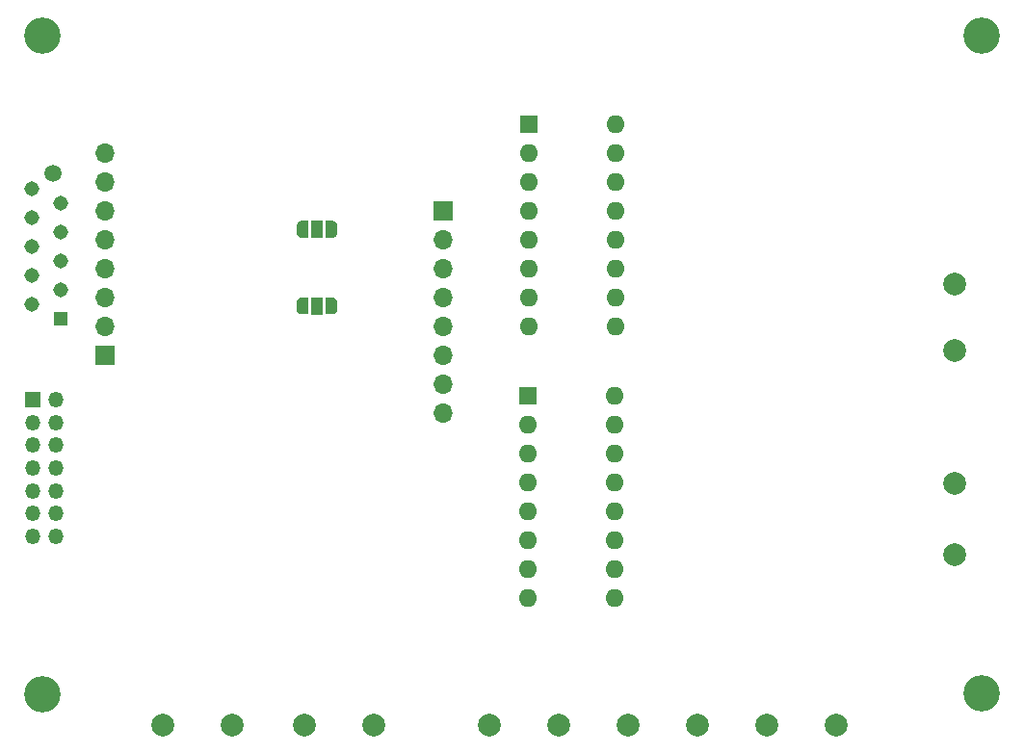
<source format=gbr>
G04 #@! TF.GenerationSoftware,KiCad,Pcbnew,(5.1.9-0-10_14)*
G04 #@! TF.CreationDate,2021-04-25T13:48:21+02:00*
G04 #@! TF.ProjectId,dac-i2s-nos,6461632d-6932-4732-9d6e-6f732e6b6963,rev?*
G04 #@! TF.SameCoordinates,Original*
G04 #@! TF.FileFunction,Soldermask,Bot*
G04 #@! TF.FilePolarity,Negative*
%FSLAX46Y46*%
G04 Gerber Fmt 4.6, Leading zero omitted, Abs format (unit mm)*
G04 Created by KiCad (PCBNEW (5.1.9-0-10_14)) date 2021-04-25 13:48:21*
%MOMM*%
%LPD*%
G01*
G04 APERTURE LIST*
%ADD10O,1.350000X1.350000*%
%ADD11R,1.350000X1.350000*%
%ADD12O,1.700000X1.700000*%
%ADD13R,1.700000X1.700000*%
%ADD14C,2.000000*%
%ADD15O,1.600000X1.600000*%
%ADD16R,1.600000X1.600000*%
%ADD17R,1.000000X1.500000*%
%ADD18C,0.100000*%
%ADD19R,1.308000X1.308000*%
%ADD20C,1.308000*%
%ADD21C,1.500000*%
%ADD22C,3.200000*%
G04 APERTURE END LIST*
D10*
X114808000Y-105599000D03*
X112808000Y-105599000D03*
X114808000Y-103599000D03*
X112808000Y-103599000D03*
X114808000Y-101599000D03*
X112808000Y-101599000D03*
X114808000Y-99599000D03*
X112808000Y-99599000D03*
X114808000Y-97599000D03*
X112808000Y-97599000D03*
X114808000Y-95599000D03*
X112808000Y-95599000D03*
X114808000Y-93599000D03*
D11*
X112808000Y-93599000D03*
D12*
X148844000Y-94742000D03*
X148844000Y-92202000D03*
X148844000Y-89662000D03*
X148844000Y-87122000D03*
X148844000Y-84582000D03*
X148844000Y-82042000D03*
X148844000Y-79502000D03*
D13*
X148844000Y-76962000D03*
D14*
X193802000Y-100965000D03*
X193802000Y-107188000D03*
D15*
X163978000Y-93218000D03*
X156358000Y-110998000D03*
X163978000Y-95758000D03*
X156358000Y-108458000D03*
X163978000Y-98298000D03*
X156358000Y-105918000D03*
X163978000Y-100838000D03*
X156358000Y-103378000D03*
X163978000Y-103378000D03*
X156358000Y-100838000D03*
X163978000Y-105918000D03*
X156358000Y-98298000D03*
X163978000Y-108458000D03*
X156358000Y-95758000D03*
X163978000Y-110998000D03*
D16*
X156358000Y-93218000D03*
D14*
X177292000Y-122174000D03*
X171196000Y-122174000D03*
X183388000Y-122174000D03*
X193802000Y-89281000D03*
X193802000Y-83439000D03*
X159004000Y-122174000D03*
X152908000Y-122174000D03*
X165100000Y-122174000D03*
D15*
X164002501Y-69393001D03*
X156382501Y-87173001D03*
X164002501Y-71933001D03*
X156382501Y-84633001D03*
X164002501Y-74473001D03*
X156382501Y-82093001D03*
X164002501Y-77013001D03*
X156382501Y-79553001D03*
X164002501Y-79553001D03*
X156382501Y-77013001D03*
X164002501Y-82093001D03*
X156382501Y-74473001D03*
X164002501Y-84633001D03*
X156382501Y-71933001D03*
X164002501Y-87173001D03*
D16*
X156382501Y-69393001D03*
D17*
X137795000Y-78613000D03*
D18*
G36*
X139095000Y-77863602D02*
G01*
X139119534Y-77863602D01*
X139168365Y-77868412D01*
X139216490Y-77877984D01*
X139263445Y-77892228D01*
X139308778Y-77911005D01*
X139352051Y-77934136D01*
X139392850Y-77961396D01*
X139430779Y-77992524D01*
X139465476Y-78027221D01*
X139496604Y-78065150D01*
X139523864Y-78105949D01*
X139546995Y-78149222D01*
X139565772Y-78194555D01*
X139580016Y-78241510D01*
X139589588Y-78289635D01*
X139594398Y-78338466D01*
X139594398Y-78363000D01*
X139595000Y-78363000D01*
X139595000Y-78863000D01*
X139594398Y-78863000D01*
X139594398Y-78887534D01*
X139589588Y-78936365D01*
X139580016Y-78984490D01*
X139565772Y-79031445D01*
X139546995Y-79076778D01*
X139523864Y-79120051D01*
X139496604Y-79160850D01*
X139465476Y-79198779D01*
X139430779Y-79233476D01*
X139392850Y-79264604D01*
X139352051Y-79291864D01*
X139308778Y-79314995D01*
X139263445Y-79333772D01*
X139216490Y-79348016D01*
X139168365Y-79357588D01*
X139119534Y-79362398D01*
X139095000Y-79362398D01*
X139095000Y-79363000D01*
X138545000Y-79363000D01*
X138545000Y-77863000D01*
X139095000Y-77863000D01*
X139095000Y-77863602D01*
G37*
G36*
X137045000Y-79363000D02*
G01*
X136495000Y-79363000D01*
X136495000Y-79362398D01*
X136470466Y-79362398D01*
X136421635Y-79357588D01*
X136373510Y-79348016D01*
X136326555Y-79333772D01*
X136281222Y-79314995D01*
X136237949Y-79291864D01*
X136197150Y-79264604D01*
X136159221Y-79233476D01*
X136124524Y-79198779D01*
X136093396Y-79160850D01*
X136066136Y-79120051D01*
X136043005Y-79076778D01*
X136024228Y-79031445D01*
X136009984Y-78984490D01*
X136000412Y-78936365D01*
X135995602Y-78887534D01*
X135995602Y-78863000D01*
X135995000Y-78863000D01*
X135995000Y-78363000D01*
X135995602Y-78363000D01*
X135995602Y-78338466D01*
X136000412Y-78289635D01*
X136009984Y-78241510D01*
X136024228Y-78194555D01*
X136043005Y-78149222D01*
X136066136Y-78105949D01*
X136093396Y-78065150D01*
X136124524Y-78027221D01*
X136159221Y-77992524D01*
X136197150Y-77961396D01*
X136237949Y-77934136D01*
X136281222Y-77911005D01*
X136326555Y-77892228D01*
X136373510Y-77877984D01*
X136421635Y-77868412D01*
X136470466Y-77863602D01*
X136495000Y-77863602D01*
X136495000Y-77863000D01*
X137045000Y-77863000D01*
X137045000Y-79363000D01*
G37*
D17*
X137765000Y-85344000D03*
D18*
G36*
X139065000Y-84594602D02*
G01*
X139089534Y-84594602D01*
X139138365Y-84599412D01*
X139186490Y-84608984D01*
X139233445Y-84623228D01*
X139278778Y-84642005D01*
X139322051Y-84665136D01*
X139362850Y-84692396D01*
X139400779Y-84723524D01*
X139435476Y-84758221D01*
X139466604Y-84796150D01*
X139493864Y-84836949D01*
X139516995Y-84880222D01*
X139535772Y-84925555D01*
X139550016Y-84972510D01*
X139559588Y-85020635D01*
X139564398Y-85069466D01*
X139564398Y-85094000D01*
X139565000Y-85094000D01*
X139565000Y-85594000D01*
X139564398Y-85594000D01*
X139564398Y-85618534D01*
X139559588Y-85667365D01*
X139550016Y-85715490D01*
X139535772Y-85762445D01*
X139516995Y-85807778D01*
X139493864Y-85851051D01*
X139466604Y-85891850D01*
X139435476Y-85929779D01*
X139400779Y-85964476D01*
X139362850Y-85995604D01*
X139322051Y-86022864D01*
X139278778Y-86045995D01*
X139233445Y-86064772D01*
X139186490Y-86079016D01*
X139138365Y-86088588D01*
X139089534Y-86093398D01*
X139065000Y-86093398D01*
X139065000Y-86094000D01*
X138515000Y-86094000D01*
X138515000Y-84594000D01*
X139065000Y-84594000D01*
X139065000Y-84594602D01*
G37*
G36*
X137015000Y-86094000D02*
G01*
X136465000Y-86094000D01*
X136465000Y-86093398D01*
X136440466Y-86093398D01*
X136391635Y-86088588D01*
X136343510Y-86079016D01*
X136296555Y-86064772D01*
X136251222Y-86045995D01*
X136207949Y-86022864D01*
X136167150Y-85995604D01*
X136129221Y-85964476D01*
X136094524Y-85929779D01*
X136063396Y-85891850D01*
X136036136Y-85851051D01*
X136013005Y-85807778D01*
X135994228Y-85762445D01*
X135979984Y-85715490D01*
X135970412Y-85667365D01*
X135965602Y-85618534D01*
X135965602Y-85594000D01*
X135965000Y-85594000D01*
X135965000Y-85094000D01*
X135965602Y-85094000D01*
X135965602Y-85069466D01*
X135970412Y-85020635D01*
X135979984Y-84972510D01*
X135994228Y-84925555D01*
X136013005Y-84880222D01*
X136036136Y-84836949D01*
X136063396Y-84796150D01*
X136094524Y-84758221D01*
X136129221Y-84723524D01*
X136167150Y-84692396D01*
X136207949Y-84665136D01*
X136251222Y-84642005D01*
X136296555Y-84623228D01*
X136343510Y-84608984D01*
X136391635Y-84599412D01*
X136440466Y-84594602D01*
X136465000Y-84594602D01*
X136465000Y-84594000D01*
X137015000Y-84594000D01*
X137015000Y-86094000D01*
G37*
D19*
X115294000Y-86490000D03*
D20*
X112754000Y-85220000D03*
X115294000Y-83950000D03*
X112754000Y-82680000D03*
X115294000Y-81410000D03*
X112754000Y-80140000D03*
X115294000Y-78870000D03*
X112754000Y-77600000D03*
X115294000Y-76330000D03*
X112754000Y-75060000D03*
D21*
X114554000Y-73660000D03*
D12*
X119126000Y-71882000D03*
X119126000Y-74422000D03*
X119126000Y-76962000D03*
X119126000Y-79502000D03*
X119126000Y-82042000D03*
X119126000Y-84582000D03*
X119126000Y-87122000D03*
D13*
X119126000Y-89662000D03*
D14*
X130302000Y-122174000D03*
X124206000Y-122174000D03*
X142811500Y-122174000D03*
X136652000Y-122174000D03*
D22*
X113665000Y-119507000D03*
X196215000Y-119380000D03*
X196215000Y-61595000D03*
X113665000Y-61595000D03*
M02*

</source>
